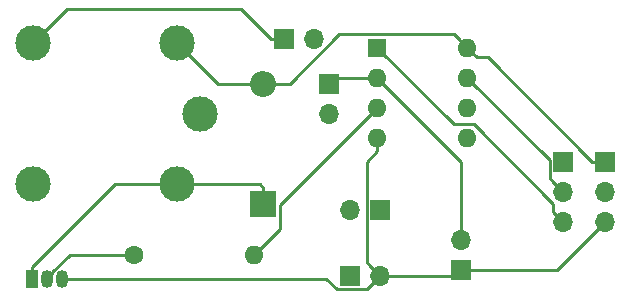
<source format=gbr>
G04 #@! TF.GenerationSoftware,KiCad,Pcbnew,(5.1.2)-2*
G04 #@! TF.CreationDate,2019-08-06T17:03:01+02:00*
G04 #@! TF.ProjectId,fiestaSkipWiringATtiny,66696573-7461-4536-9b69-70576972696e,rev?*
G04 #@! TF.SameCoordinates,Original*
G04 #@! TF.FileFunction,Copper,L1,Top*
G04 #@! TF.FilePolarity,Positive*
%FSLAX46Y46*%
G04 Gerber Fmt 4.6, Leading zero omitted, Abs format (unit mm)*
G04 Created by KiCad (PCBNEW (5.1.2)-2) date 2019-08-06 17:03:01*
%MOMM*%
%LPD*%
G04 APERTURE LIST*
%ADD10O,1.700000X1.700000*%
%ADD11R,1.700000X1.700000*%
%ADD12R,2.200000X2.200000*%
%ADD13O,2.200000X2.200000*%
%ADD14C,3.000000*%
%ADD15O,1.050000X1.500000*%
%ADD16R,1.050000X1.500000*%
%ADD17C,1.600000*%
%ADD18O,1.600000X1.600000*%
%ADD19R,1.600000X1.600000*%
%ADD20C,0.250000*%
G04 APERTURE END LIST*
D10*
X144500000Y47460000D03*
D11*
X144500000Y50000000D03*
D12*
X138938000Y39878000D03*
D13*
X138938000Y50038000D03*
D11*
X164338000Y43434000D03*
D10*
X164338000Y40894000D03*
X164338000Y38354000D03*
X167894000Y38354000D03*
X167894000Y40894000D03*
D11*
X167894000Y43434000D03*
X146304000Y33782000D03*
D10*
X148844000Y33782000D03*
X146304000Y39370000D03*
D11*
X148844000Y39370000D03*
D10*
X155702000Y36830000D03*
D11*
X155702000Y34290000D03*
X140716000Y53848000D03*
D10*
X143256000Y53848000D03*
D14*
X133604000Y47498000D03*
X131604000Y41498000D03*
X119404000Y41498000D03*
X119404000Y53498000D03*
X131604000Y53498000D03*
D15*
X120650000Y33528000D03*
X121920000Y33528000D03*
D16*
X119380000Y33528000D03*
D17*
X128016000Y35560000D03*
D18*
X138176000Y35560000D03*
D19*
X148590000Y53086000D03*
D18*
X156210000Y45466000D03*
X148590000Y50546000D03*
X156210000Y48006000D03*
X148590000Y48006000D03*
X156210000Y50546000D03*
X148590000Y45466000D03*
X156210000Y53086000D03*
D20*
X129482680Y41498000D02*
X131604000Y41498000D01*
X126350000Y41498000D02*
X129482680Y41498000D01*
X119380000Y34528000D02*
X126350000Y41498000D01*
X119380000Y33528000D02*
X119380000Y34528000D01*
X138938000Y41228000D02*
X138938000Y39878000D01*
X138668000Y41498000D02*
X138938000Y41228000D01*
X131604000Y41498000D02*
X138668000Y41498000D01*
X135064000Y50038000D02*
X138938000Y50038000D01*
X131604000Y53498000D02*
X135064000Y50038000D01*
X155410001Y53885999D02*
X156210000Y53086000D01*
X155084999Y54211001D02*
X155410001Y53885999D01*
X145358003Y54211001D02*
X155084999Y54211001D01*
X141185002Y50038000D02*
X145358003Y54211001D01*
X138938000Y50038000D02*
X141185002Y50038000D01*
X166794000Y43434000D02*
X167894000Y43434000D01*
X157941999Y52286001D02*
X166794000Y43434000D01*
X157009999Y52286001D02*
X157941999Y52286001D01*
X156210000Y53086000D02*
X157009999Y52286001D01*
X163488001Y41743999D02*
X164338000Y40894000D01*
X163162999Y42069001D02*
X163488001Y41743999D01*
X163162999Y43593001D02*
X163162999Y42069001D01*
X156210000Y50546000D02*
X163162999Y43593001D01*
X163488001Y39203999D02*
X164338000Y38354000D01*
X163488001Y39853001D02*
X163488001Y39203999D01*
X156750001Y46591001D02*
X163488001Y39853001D01*
X155084999Y46591001D02*
X156750001Y46591001D01*
X148590000Y53086000D02*
X155084999Y46591001D01*
X155194000Y33782000D02*
X155702000Y34290000D01*
X163830000Y34290000D02*
X167894000Y38354000D01*
X155702000Y34290000D02*
X163830000Y34290000D01*
X148590000Y44334630D02*
X147668999Y43413629D01*
X148590000Y45466000D02*
X148590000Y44334630D01*
X147668999Y43413629D02*
X147668999Y34957001D01*
X148844000Y33782000D02*
X155194000Y33782000D01*
X147994001Y34631999D02*
X148844000Y33782000D01*
X147668999Y34957001D02*
X147994001Y34631999D01*
X147994001Y32932001D02*
X148844000Y33782000D01*
X147668999Y32606999D02*
X147994001Y32932001D01*
X145193999Y32606999D02*
X147668999Y32606999D01*
X144272998Y33528000D02*
X145193999Y32606999D01*
X121920000Y33528000D02*
X144272998Y33528000D01*
X155702000Y43434000D02*
X155702000Y36830000D01*
X148590000Y50546000D02*
X155702000Y43434000D01*
X148544000Y50500000D02*
X148590000Y50546000D01*
X145046000Y50546000D02*
X144500000Y50000000D01*
X148590000Y50546000D02*
X145046000Y50546000D01*
X139616000Y53848000D02*
X140716000Y53848000D01*
X137076000Y56388000D02*
X139616000Y53848000D01*
X122294000Y56388000D02*
X137076000Y56388000D01*
X119404000Y53498000D02*
X122294000Y56388000D01*
X126884630Y35560000D02*
X128016000Y35560000D01*
X122524905Y35560000D02*
X126884630Y35560000D01*
X121069990Y34105085D02*
X122524905Y35560000D01*
X121069990Y33947990D02*
X121069990Y34105085D01*
X120650000Y33528000D02*
X121069990Y33947990D01*
X147790001Y47206001D02*
X148590000Y48006000D01*
X140363001Y39779001D02*
X147790001Y47206001D01*
X140363001Y37747001D02*
X140363001Y39779001D01*
X138176000Y35560000D02*
X140363001Y37747001D01*
M02*

</source>
